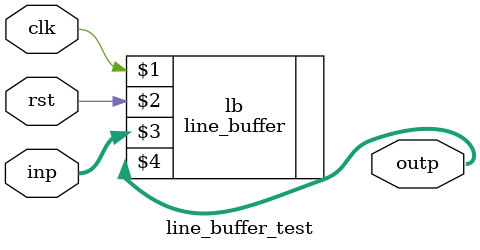
<source format=v>

/*  Concrete parameterizations of a line buffer for testing.
 *
 *  Copyright (c) 2016, Stephen Longfield, stephenlongfield.com
 *
 *  This program is free software: you can redistribute it and/or modify
 *  it under the terms of the GNU General Public License as published by
 *  the Free Software Foundation, either version 3 of the License, or
 *  (at your option) any later version.
 *
 *  This program is distributed in the hope that it will be useful,
 *  but WITHOUT ANY WARRANTY; without even the implied warranty of
 *  MERCHANTABILITY or FITNESS FOR A PARTICULAR PURPOSE.  See the
 *  GNU General Public License for more details.
 *
 *  You should have received a copy of the GNU General Public License
 *  along with this program.  If not, see <http://www.gnu.org/licenses/>.
 *
 */

`include "line_buffer.v"

module line_buffer_test(
  input clk,
  input rst,
  input wire  [31:0] inp,
  output wire [(32*10*10-1):0] outp
  );

  line_buffer #(.WIDTH(32), .LINE_LENGTH(20), .NUM_LINES(10), 
                .WINDOW_WIDTH(10))
    lb(clk, rst, inp, outp);

endmodule

</source>
